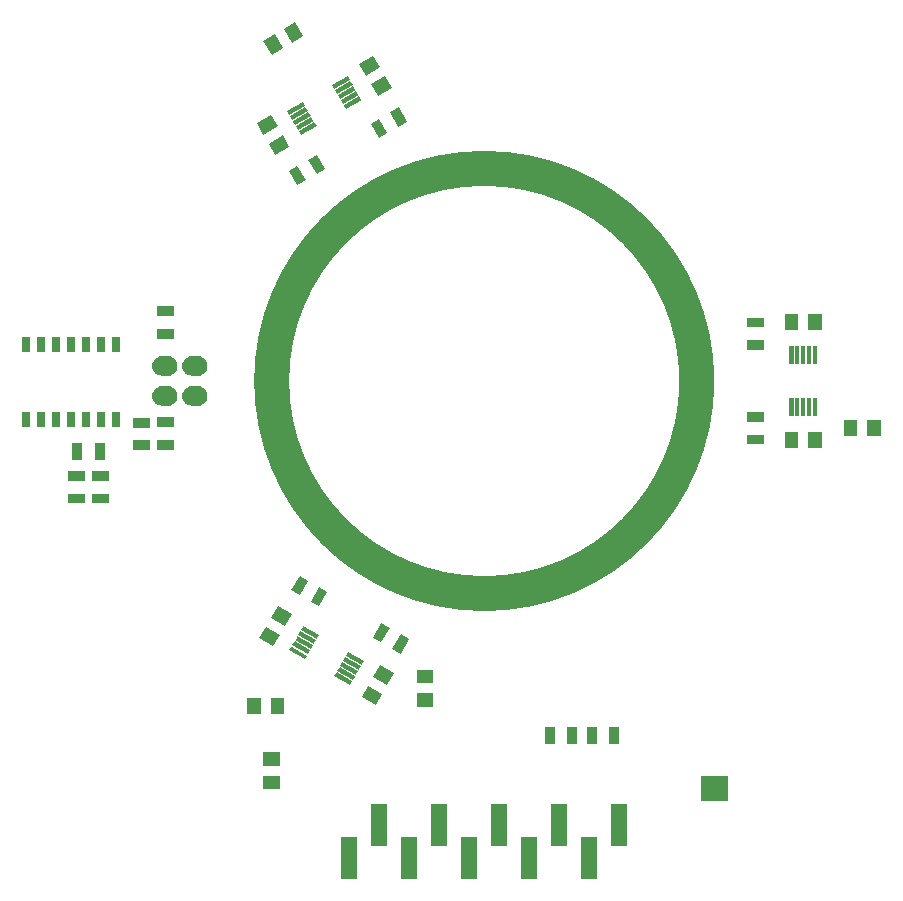
<source format=gbs>
G04 #@! TF.FileFunction,Soldermask,Bot*
%FSLAX46Y46*%
G04 Gerber Fmt 4.6, Leading zero omitted, Abs format (unit mm)*
G04 Created by KiCad (PCBNEW 4.0.2-stable) date Wed 20 Jul 2016 06:47:56 PM CEST*
%MOMM*%
G01*
G04 APERTURE LIST*
%ADD10C,0.100000*%
%ADD11C,3.000000*%
G04 APERTURE END LIST*
D10*
D11*
X118000000Y-100000000D02*
G75*
G03X118000000Y-100000000I-18000000J0D01*
G01*
D10*
G36*
X109587000Y-142162000D02*
X108193000Y-142162000D01*
X108193000Y-138638000D01*
X109587000Y-138638000D01*
X109587000Y-142162000D01*
X109587000Y-142162000D01*
G37*
G36*
X89267000Y-142162000D02*
X87873000Y-142162000D01*
X87873000Y-138638000D01*
X89267000Y-138638000D01*
X89267000Y-142162000D01*
X89267000Y-142162000D01*
G37*
G36*
X94347000Y-142162000D02*
X92953000Y-142162000D01*
X92953000Y-138638000D01*
X94347000Y-138638000D01*
X94347000Y-142162000D01*
X94347000Y-142162000D01*
G37*
G36*
X104507000Y-142162000D02*
X103113000Y-142162000D01*
X103113000Y-138638000D01*
X104507000Y-138638000D01*
X104507000Y-142162000D01*
X104507000Y-142162000D01*
G37*
G36*
X99427000Y-142162000D02*
X98033000Y-142162000D01*
X98033000Y-138638000D01*
X99427000Y-138638000D01*
X99427000Y-142162000D01*
X99427000Y-142162000D01*
G37*
G36*
X91807000Y-139362000D02*
X90413000Y-139362000D01*
X90413000Y-135838000D01*
X91807000Y-135838000D01*
X91807000Y-139362000D01*
X91807000Y-139362000D01*
G37*
G36*
X112127000Y-139362000D02*
X110733000Y-139362000D01*
X110733000Y-135838000D01*
X112127000Y-135838000D01*
X112127000Y-139362000D01*
X112127000Y-139362000D01*
G37*
G36*
X107047000Y-139362000D02*
X105653000Y-139362000D01*
X105653000Y-135838000D01*
X107047000Y-135838000D01*
X107047000Y-139362000D01*
X107047000Y-139362000D01*
G37*
G36*
X96887000Y-139362000D02*
X95493000Y-139362000D01*
X95493000Y-135838000D01*
X96887000Y-135838000D01*
X96887000Y-139362000D01*
X96887000Y-139362000D01*
G37*
G36*
X101967000Y-139362000D02*
X100573000Y-139362000D01*
X100573000Y-135838000D01*
X101967000Y-135838000D01*
X101967000Y-139362000D01*
X101967000Y-139362000D01*
G37*
G36*
X120662000Y-135562000D02*
X118338000Y-135562000D01*
X118338000Y-133438000D01*
X120662000Y-133438000D01*
X120662000Y-135562000D01*
X120662000Y-135562000D01*
G37*
G36*
X82687000Y-134562000D02*
X81313000Y-134562000D01*
X81313000Y-133438000D01*
X82687000Y-133438000D01*
X82687000Y-134562000D01*
X82687000Y-134562000D01*
G37*
G36*
X82687000Y-132562000D02*
X81313000Y-132562000D01*
X81313000Y-131438000D01*
X82687000Y-131438000D01*
X82687000Y-132562000D01*
X82687000Y-132562000D01*
G37*
G36*
X111412000Y-130712000D02*
X110588000Y-130712000D01*
X110588000Y-129288000D01*
X111412000Y-129288000D01*
X111412000Y-130712000D01*
X111412000Y-130712000D01*
G37*
G36*
X109512000Y-130712000D02*
X108688000Y-130712000D01*
X108688000Y-129288000D01*
X109512000Y-129288000D01*
X109512000Y-130712000D01*
X109512000Y-130712000D01*
G37*
G36*
X107862000Y-130712000D02*
X107038000Y-130712000D01*
X107038000Y-129288000D01*
X107862000Y-129288000D01*
X107862000Y-130712000D01*
X107862000Y-130712000D01*
G37*
G36*
X105962000Y-130712000D02*
X105138000Y-130712000D01*
X105138000Y-129288000D01*
X105962000Y-129288000D01*
X105962000Y-130712000D01*
X105962000Y-130712000D01*
G37*
G36*
X81062000Y-128187000D02*
X79938000Y-128187000D01*
X79938000Y-126813000D01*
X81062000Y-126813000D01*
X81062000Y-128187000D01*
X81062000Y-128187000D01*
G37*
G36*
X83062000Y-128187000D02*
X81938000Y-128187000D01*
X81938000Y-126813000D01*
X83062000Y-126813000D01*
X83062000Y-128187000D01*
X83062000Y-128187000D01*
G37*
G36*
X95687000Y-127562000D02*
X94313000Y-127562000D01*
X94313000Y-126438000D01*
X95687000Y-126438000D01*
X95687000Y-127562000D01*
X95687000Y-127562000D01*
G37*
G36*
X91366340Y-126481149D02*
X90804340Y-127454561D01*
X89614422Y-126767561D01*
X90176422Y-125794149D01*
X91366340Y-126481149D01*
X91366340Y-126481149D01*
G37*
G36*
X88818921Y-125443408D02*
X88818921Y-125443409D01*
X88750452Y-125562000D01*
X88631921Y-125767302D01*
X87312099Y-125005302D01*
X87312099Y-125005301D01*
X87460018Y-124749099D01*
X87499099Y-124681408D01*
X88818921Y-125443408D01*
X88818921Y-125443408D01*
G37*
G36*
X92366340Y-124749099D02*
X91804340Y-125722511D01*
X90614422Y-125035511D01*
X91176422Y-124062099D01*
X92366340Y-124749099D01*
X92366340Y-124749099D01*
G37*
G36*
X95687000Y-125562000D02*
X94313000Y-125562000D01*
X94313000Y-124438000D01*
X95687000Y-124438000D01*
X95687000Y-125562000D01*
X95687000Y-125562000D01*
G37*
G36*
X89068921Y-125010396D02*
X89068921Y-125010397D01*
X89054421Y-125035511D01*
X88881921Y-125334290D01*
X87562099Y-124572290D01*
X87562099Y-124572289D01*
X87655599Y-124410343D01*
X87749099Y-124248396D01*
X89068921Y-125010396D01*
X89068921Y-125010396D01*
G37*
G36*
X89318921Y-124577383D02*
X89318921Y-124577384D01*
X89258862Y-124681408D01*
X89131921Y-124901277D01*
X87812099Y-124139277D01*
X87812099Y-124139276D01*
X87905599Y-123977330D01*
X87999099Y-123815383D01*
X89318921Y-124577383D01*
X89318921Y-124577383D01*
G37*
G36*
X89568921Y-124144370D02*
X89568921Y-124144371D01*
X89508862Y-124248396D01*
X89381921Y-124468264D01*
X88062099Y-123706264D01*
X88062099Y-123706263D01*
X88155599Y-123544317D01*
X88249099Y-123382370D01*
X89568921Y-124144370D01*
X89568921Y-124144370D01*
G37*
G36*
X89818921Y-123711358D02*
X89818921Y-123711359D01*
X89758862Y-123815383D01*
X89631921Y-124035252D01*
X88312099Y-123273252D01*
X88312099Y-123273251D01*
X88416838Y-123091839D01*
X88499099Y-122949358D01*
X89818921Y-123711358D01*
X89818921Y-123711358D01*
G37*
G36*
X85008409Y-123243408D02*
X85008409Y-123243409D01*
X84991179Y-123273252D01*
X84821409Y-123567302D01*
X83501587Y-122805302D01*
X83501587Y-122805301D01*
X83595087Y-122643355D01*
X83688587Y-122481408D01*
X85008409Y-123243408D01*
X85008409Y-123243408D01*
G37*
G36*
X85258409Y-122810396D02*
X85258409Y-122810397D01*
X85178179Y-122949358D01*
X85071409Y-123134290D01*
X83751587Y-122372290D01*
X83751587Y-122372289D01*
X83884638Y-122141839D01*
X83938587Y-122048396D01*
X85258409Y-122810396D01*
X85258409Y-122810396D01*
G37*
G36*
X93659882Y-121858619D02*
X92947882Y-123091839D01*
X92234278Y-122679839D01*
X92946278Y-121446619D01*
X93659882Y-121858619D01*
X93659882Y-121858619D01*
G37*
G36*
X85508409Y-122377383D02*
X85508409Y-122377384D01*
X85448350Y-122481408D01*
X85321409Y-122701277D01*
X84001587Y-121939277D01*
X84001587Y-121939276D01*
X84122506Y-121729839D01*
X84188587Y-121615383D01*
X85508409Y-122377383D01*
X85508409Y-122377383D01*
G37*
G36*
X82706086Y-121481149D02*
X82144086Y-122454561D01*
X80954168Y-121767561D01*
X81516168Y-120794149D01*
X82706086Y-121481149D01*
X82706086Y-121481149D01*
G37*
G36*
X85758409Y-121944370D02*
X85758409Y-121944371D01*
X85698350Y-122048396D01*
X85571409Y-122268264D01*
X84251587Y-121506264D01*
X84251587Y-121506263D01*
X84345087Y-121344317D01*
X84438587Y-121182370D01*
X85758409Y-121944370D01*
X85758409Y-121944370D01*
G37*
G36*
X92014434Y-120908619D02*
X91302434Y-122141839D01*
X90588830Y-121729839D01*
X91300830Y-120496619D01*
X92014434Y-120908619D01*
X92014434Y-120908619D01*
G37*
G36*
X86008409Y-121511358D02*
X86008409Y-121511359D01*
X85948350Y-121615383D01*
X85821409Y-121835252D01*
X84501587Y-121073252D01*
X84501587Y-121073251D01*
X84662727Y-120794149D01*
X84688587Y-120749358D01*
X86008409Y-121511358D01*
X86008409Y-121511358D01*
G37*
G36*
X83706086Y-119749099D02*
X83144086Y-120722511D01*
X81954168Y-120035511D01*
X82516168Y-119062099D01*
X83706086Y-119749099D01*
X83706086Y-119749099D01*
G37*
G36*
X86731678Y-117858618D02*
X86019678Y-119091838D01*
X85306074Y-118679838D01*
X86018074Y-117446618D01*
X86731678Y-117858618D01*
X86731678Y-117858618D01*
G37*
G36*
X85086230Y-116908618D02*
X84374230Y-118141838D01*
X83660626Y-117729838D01*
X84372626Y-116496618D01*
X85086230Y-116908618D01*
X85086230Y-116908618D01*
G37*
G36*
X66212000Y-110362000D02*
X64788000Y-110362000D01*
X64788000Y-109538000D01*
X66212000Y-109538000D01*
X66212000Y-110362000D01*
X66212000Y-110362000D01*
G37*
G36*
X68212000Y-110362000D02*
X66788000Y-110362000D01*
X66788000Y-109538000D01*
X68212000Y-109538000D01*
X68212000Y-110362000D01*
X68212000Y-110362000D01*
G37*
G36*
X66212000Y-108462000D02*
X64788000Y-108462000D01*
X64788000Y-107638000D01*
X66212000Y-107638000D01*
X66212000Y-108462000D01*
X66212000Y-108462000D01*
G37*
G36*
X68212000Y-108462000D02*
X66788000Y-108462000D01*
X66788000Y-107638000D01*
X68212000Y-107638000D01*
X68212000Y-108462000D01*
X68212000Y-108462000D01*
G37*
G36*
X65962000Y-106712000D02*
X65138000Y-106712000D01*
X65138000Y-105288000D01*
X65962000Y-105288000D01*
X65962000Y-106712000D01*
X65962000Y-106712000D01*
G37*
G36*
X67862000Y-106712000D02*
X67038000Y-106712000D01*
X67038000Y-105288000D01*
X67862000Y-105288000D01*
X67862000Y-106712000D01*
X67862000Y-106712000D01*
G37*
G36*
X71712000Y-105862000D02*
X70288000Y-105862000D01*
X70288000Y-105038000D01*
X71712000Y-105038000D01*
X71712000Y-105862000D01*
X71712000Y-105862000D01*
G37*
G36*
X73712000Y-105812000D02*
X72288000Y-105812000D01*
X72288000Y-104988000D01*
X73712000Y-104988000D01*
X73712000Y-105812000D01*
X73712000Y-105812000D01*
G37*
G36*
X128562000Y-105687000D02*
X127438000Y-105687000D01*
X127438000Y-104313000D01*
X128562000Y-104313000D01*
X128562000Y-105687000D01*
X128562000Y-105687000D01*
G37*
G36*
X126562000Y-105687000D02*
X125438000Y-105687000D01*
X125438000Y-104313000D01*
X126562000Y-104313000D01*
X126562000Y-105687000D01*
X126562000Y-105687000D01*
G37*
G36*
X123712000Y-105362000D02*
X122288000Y-105362000D01*
X122288000Y-104538000D01*
X123712000Y-104538000D01*
X123712000Y-105362000D01*
X123712000Y-105362000D01*
G37*
G36*
X131562000Y-104687000D02*
X130438000Y-104687000D01*
X130438000Y-103313000D01*
X131562000Y-103313000D01*
X131562000Y-104687000D01*
X131562000Y-104687000D01*
G37*
G36*
X133562000Y-104687000D02*
X132438000Y-104687000D01*
X132438000Y-103313000D01*
X133562000Y-103313000D01*
X133562000Y-104687000D01*
X133562000Y-104687000D01*
G37*
G36*
X71712000Y-103962000D02*
X70288000Y-103962000D01*
X70288000Y-103138000D01*
X71712000Y-103138000D01*
X71712000Y-103962000D01*
X71712000Y-103962000D01*
G37*
G36*
X69126000Y-103935500D02*
X68494000Y-103935500D01*
X68494000Y-102668500D01*
X69126000Y-102668500D01*
X69126000Y-103935500D01*
X69126000Y-103935500D01*
G37*
G36*
X65316000Y-103935500D02*
X64684000Y-103935500D01*
X64684000Y-102668500D01*
X65316000Y-102668500D01*
X65316000Y-103935500D01*
X65316000Y-103935500D01*
G37*
G36*
X67856000Y-103935500D02*
X67224000Y-103935500D01*
X67224000Y-102668500D01*
X67856000Y-102668500D01*
X67856000Y-103935500D01*
X67856000Y-103935500D01*
G37*
G36*
X66586000Y-103935500D02*
X65954000Y-103935500D01*
X65954000Y-102668500D01*
X66586000Y-102668500D01*
X66586000Y-103935500D01*
X66586000Y-103935500D01*
G37*
G36*
X62776000Y-103935500D02*
X62144000Y-103935500D01*
X62144000Y-102668500D01*
X62776000Y-102668500D01*
X62776000Y-103935500D01*
X62776000Y-103935500D01*
G37*
G36*
X64046000Y-103935500D02*
X63414000Y-103935500D01*
X63414000Y-102668500D01*
X64046000Y-102668500D01*
X64046000Y-103935500D01*
X64046000Y-103935500D01*
G37*
G36*
X61506000Y-103935500D02*
X60874000Y-103935500D01*
X60874000Y-102668500D01*
X61506000Y-102668500D01*
X61506000Y-103935500D01*
X61506000Y-103935500D01*
G37*
G36*
X73712000Y-103912000D02*
X72288000Y-103912000D01*
X72288000Y-103088000D01*
X73712000Y-103088000D01*
X73712000Y-103912000D01*
X73712000Y-103912000D01*
G37*
G36*
X123712000Y-103462000D02*
X122288000Y-103462000D01*
X122288000Y-102638000D01*
X123712000Y-102638000D01*
X123712000Y-103462000D01*
X123712000Y-103462000D01*
G37*
G36*
X126187000Y-102962000D02*
X125813000Y-102962000D01*
X125813000Y-101438000D01*
X126187000Y-101438000D01*
X126187000Y-102962000D01*
X126187000Y-102962000D01*
G37*
G36*
X126687000Y-102962000D02*
X126313000Y-102962000D01*
X126313000Y-101438000D01*
X126687000Y-101438000D01*
X126687000Y-102962000D01*
X126687000Y-102962000D01*
G37*
G36*
X127187000Y-102962000D02*
X126813000Y-102962000D01*
X126813000Y-101438000D01*
X127187000Y-101438000D01*
X127187000Y-102962000D01*
X127187000Y-102962000D01*
G37*
G36*
X127687000Y-102962000D02*
X127313000Y-102962000D01*
X127313000Y-101438000D01*
X127687000Y-101438000D01*
X127687000Y-102962000D01*
X127687000Y-102962000D01*
G37*
G36*
X128187000Y-102962000D02*
X127813000Y-102962000D01*
X127813000Y-101438000D01*
X128187000Y-101438000D01*
X128187000Y-102962000D01*
X128187000Y-102962000D01*
G37*
G36*
X73212107Y-100446061D02*
X73212120Y-100446062D01*
X73214644Y-100446080D01*
X73374458Y-100464006D01*
X73527747Y-100512632D01*
X73668672Y-100590106D01*
X73791864Y-100693477D01*
X73892633Y-100818808D01*
X73967138Y-100961324D01*
X74012544Y-101115598D01*
X74012548Y-101115643D01*
X74012551Y-101115653D01*
X74027121Y-101275749D01*
X74010316Y-101435631D01*
X74010314Y-101435636D01*
X74010309Y-101435688D01*
X73962754Y-101589313D01*
X73886266Y-101730775D01*
X73783758Y-101854686D01*
X73659134Y-101956327D01*
X73517141Y-102031826D01*
X73363188Y-102078307D01*
X73203139Y-102094000D01*
X72716705Y-102094000D01*
X72707893Y-102093939D01*
X72707880Y-102093938D01*
X72705356Y-102093920D01*
X72545542Y-102075994D01*
X72392253Y-102027368D01*
X72251328Y-101949894D01*
X72128136Y-101846523D01*
X72027367Y-101721192D01*
X71952862Y-101578676D01*
X71907456Y-101424402D01*
X71907452Y-101424357D01*
X71907449Y-101424347D01*
X71892879Y-101264251D01*
X71909684Y-101104369D01*
X71909686Y-101104364D01*
X71909691Y-101104312D01*
X71957246Y-100950687D01*
X72033734Y-100809225D01*
X72136242Y-100685314D01*
X72260866Y-100583673D01*
X72402859Y-100508174D01*
X72556812Y-100461693D01*
X72716861Y-100446000D01*
X73203295Y-100446000D01*
X73212107Y-100446061D01*
X73212107Y-100446061D01*
G37*
G36*
X75752107Y-100446061D02*
X75752120Y-100446062D01*
X75754644Y-100446080D01*
X75914458Y-100464006D01*
X76067747Y-100512632D01*
X76208672Y-100590106D01*
X76331864Y-100693477D01*
X76432633Y-100818808D01*
X76507138Y-100961324D01*
X76552544Y-101115598D01*
X76552548Y-101115643D01*
X76552551Y-101115653D01*
X76567121Y-101275749D01*
X76550316Y-101435631D01*
X76550314Y-101435636D01*
X76550309Y-101435688D01*
X76502754Y-101589313D01*
X76426266Y-101730775D01*
X76323758Y-101854686D01*
X76199134Y-101956327D01*
X76057141Y-102031826D01*
X75903188Y-102078307D01*
X75743139Y-102094000D01*
X75256705Y-102094000D01*
X75247893Y-102093939D01*
X75247880Y-102093938D01*
X75245356Y-102093920D01*
X75085542Y-102075994D01*
X74932253Y-102027368D01*
X74791328Y-101949894D01*
X74668136Y-101846523D01*
X74567367Y-101721192D01*
X74492862Y-101578676D01*
X74447456Y-101424402D01*
X74447452Y-101424357D01*
X74447449Y-101424347D01*
X74432879Y-101264251D01*
X74449684Y-101104369D01*
X74449686Y-101104364D01*
X74449691Y-101104312D01*
X74497246Y-100950687D01*
X74573734Y-100809225D01*
X74676242Y-100685314D01*
X74800866Y-100583673D01*
X74942859Y-100508174D01*
X75096812Y-100461693D01*
X75256861Y-100446000D01*
X75743295Y-100446000D01*
X75752107Y-100446061D01*
X75752107Y-100446061D01*
G37*
G36*
X75752107Y-97906061D02*
X75752120Y-97906062D01*
X75754644Y-97906080D01*
X75914458Y-97924006D01*
X76067747Y-97972632D01*
X76208672Y-98050106D01*
X76331864Y-98153477D01*
X76432633Y-98278808D01*
X76507138Y-98421324D01*
X76552544Y-98575598D01*
X76552548Y-98575643D01*
X76552551Y-98575653D01*
X76567121Y-98735749D01*
X76550316Y-98895631D01*
X76550314Y-98895636D01*
X76550309Y-98895688D01*
X76502754Y-99049313D01*
X76426266Y-99190775D01*
X76323758Y-99314686D01*
X76199134Y-99416327D01*
X76057141Y-99491826D01*
X75903188Y-99538307D01*
X75743139Y-99554000D01*
X75256705Y-99554000D01*
X75247893Y-99553939D01*
X75247880Y-99553938D01*
X75245356Y-99553920D01*
X75085542Y-99535994D01*
X74932253Y-99487368D01*
X74791328Y-99409894D01*
X74668136Y-99306523D01*
X74567367Y-99181192D01*
X74492862Y-99038676D01*
X74447456Y-98884402D01*
X74447452Y-98884357D01*
X74447449Y-98884347D01*
X74432879Y-98724251D01*
X74449684Y-98564369D01*
X74449686Y-98564364D01*
X74449691Y-98564312D01*
X74497246Y-98410687D01*
X74573734Y-98269225D01*
X74676242Y-98145314D01*
X74800866Y-98043673D01*
X74942859Y-97968174D01*
X75096812Y-97921693D01*
X75256861Y-97906000D01*
X75743295Y-97906000D01*
X75752107Y-97906061D01*
X75752107Y-97906061D01*
G37*
G36*
X73212107Y-97906061D02*
X73212120Y-97906062D01*
X73214644Y-97906080D01*
X73374458Y-97924006D01*
X73527747Y-97972632D01*
X73668672Y-98050106D01*
X73791864Y-98153477D01*
X73892633Y-98278808D01*
X73967138Y-98421324D01*
X74012544Y-98575598D01*
X74012548Y-98575643D01*
X74012551Y-98575653D01*
X74027121Y-98735749D01*
X74010316Y-98895631D01*
X74010314Y-98895636D01*
X74010309Y-98895688D01*
X73962754Y-99049313D01*
X73886266Y-99190775D01*
X73783758Y-99314686D01*
X73659134Y-99416327D01*
X73517141Y-99491826D01*
X73363188Y-99538307D01*
X73203139Y-99554000D01*
X72716705Y-99554000D01*
X72707893Y-99553939D01*
X72707880Y-99553938D01*
X72705356Y-99553920D01*
X72545542Y-99535994D01*
X72392253Y-99487368D01*
X72251328Y-99409894D01*
X72128136Y-99306523D01*
X72027367Y-99181192D01*
X71952862Y-99038676D01*
X71907456Y-98884402D01*
X71907452Y-98884357D01*
X71907449Y-98884347D01*
X71892879Y-98724251D01*
X71909684Y-98564369D01*
X71909686Y-98564364D01*
X71909691Y-98564312D01*
X71957246Y-98410687D01*
X72033734Y-98269225D01*
X72136242Y-98145314D01*
X72260866Y-98043673D01*
X72402859Y-97968174D01*
X72556812Y-97921693D01*
X72716861Y-97906000D01*
X73203295Y-97906000D01*
X73212107Y-97906061D01*
X73212107Y-97906061D01*
G37*
G36*
X126687000Y-98562000D02*
X126313000Y-98562000D01*
X126313000Y-97038000D01*
X126687000Y-97038000D01*
X126687000Y-98562000D01*
X126687000Y-98562000D01*
G37*
G36*
X128187000Y-98562000D02*
X127813000Y-98562000D01*
X127813000Y-97038000D01*
X128187000Y-97038000D01*
X128187000Y-98562000D01*
X128187000Y-98562000D01*
G37*
G36*
X127187000Y-98562000D02*
X126813000Y-98562000D01*
X126813000Y-97038000D01*
X127187000Y-97038000D01*
X127187000Y-98562000D01*
X127187000Y-98562000D01*
G37*
G36*
X127687000Y-98562000D02*
X127313000Y-98562000D01*
X127313000Y-97038000D01*
X127687000Y-97038000D01*
X127687000Y-98562000D01*
X127687000Y-98562000D01*
G37*
G36*
X126187000Y-98562000D02*
X125813000Y-98562000D01*
X125813000Y-97038000D01*
X126187000Y-97038000D01*
X126187000Y-98562000D01*
X126187000Y-98562000D01*
G37*
G36*
X61506000Y-97585500D02*
X60874000Y-97585500D01*
X60874000Y-96318500D01*
X61506000Y-96318500D01*
X61506000Y-97585500D01*
X61506000Y-97585500D01*
G37*
G36*
X62776000Y-97585500D02*
X62144000Y-97585500D01*
X62144000Y-96318500D01*
X62776000Y-96318500D01*
X62776000Y-97585500D01*
X62776000Y-97585500D01*
G37*
G36*
X64046000Y-97585500D02*
X63414000Y-97585500D01*
X63414000Y-96318500D01*
X64046000Y-96318500D01*
X64046000Y-97585500D01*
X64046000Y-97585500D01*
G37*
G36*
X65316000Y-97585500D02*
X64684000Y-97585500D01*
X64684000Y-96318500D01*
X65316000Y-96318500D01*
X65316000Y-97585500D01*
X65316000Y-97585500D01*
G37*
G36*
X66586000Y-97585500D02*
X65954000Y-97585500D01*
X65954000Y-96318500D01*
X66586000Y-96318500D01*
X66586000Y-97585500D01*
X66586000Y-97585500D01*
G37*
G36*
X67856000Y-97585500D02*
X67224000Y-97585500D01*
X67224000Y-96318500D01*
X67856000Y-96318500D01*
X67856000Y-97585500D01*
X67856000Y-97585500D01*
G37*
G36*
X69126000Y-97585500D02*
X68494000Y-97585500D01*
X68494000Y-96318500D01*
X69126000Y-96318500D01*
X69126000Y-97585500D01*
X69126000Y-97585500D01*
G37*
G36*
X123712000Y-97362000D02*
X122288000Y-97362000D01*
X122288000Y-96538000D01*
X123712000Y-96538000D01*
X123712000Y-97362000D01*
X123712000Y-97362000D01*
G37*
G36*
X73712000Y-96412000D02*
X72288000Y-96412000D01*
X72288000Y-95588000D01*
X73712000Y-95588000D01*
X73712000Y-96412000D01*
X73712000Y-96412000D01*
G37*
G36*
X126562000Y-95687000D02*
X125438000Y-95687000D01*
X125438000Y-94313000D01*
X126562000Y-94313000D01*
X126562000Y-95687000D01*
X126562000Y-95687000D01*
G37*
G36*
X128562000Y-95687000D02*
X127438000Y-95687000D01*
X127438000Y-94313000D01*
X128562000Y-94313000D01*
X128562000Y-95687000D01*
X128562000Y-95687000D01*
G37*
G36*
X123712000Y-95462000D02*
X122288000Y-95462000D01*
X122288000Y-94638000D01*
X123712000Y-94638000D01*
X123712000Y-95462000D01*
X123712000Y-95462000D01*
G37*
G36*
X73712000Y-94512000D02*
X72288000Y-94512000D01*
X72288000Y-93688000D01*
X73712000Y-93688000D01*
X73712000Y-94512000D01*
X73712000Y-94512000D01*
G37*
G36*
X84881748Y-83024394D02*
X84168144Y-83436394D01*
X83456144Y-82203174D01*
X84169748Y-81791174D01*
X84881748Y-83024394D01*
X84881748Y-83024394D01*
G37*
G36*
X86527196Y-82074394D02*
X85813592Y-82486394D01*
X85101592Y-81253174D01*
X85815196Y-80841174D01*
X86527196Y-82074394D01*
X86527196Y-82074394D01*
G37*
G36*
X83501603Y-80183913D02*
X82311685Y-80870913D01*
X81749685Y-79897501D01*
X82939603Y-79210501D01*
X83501603Y-80183913D01*
X83501603Y-80183913D01*
G37*
G36*
X91809951Y-79024394D02*
X91096347Y-79436394D01*
X90384347Y-78203174D01*
X91097951Y-77791174D01*
X91809951Y-79024394D01*
X91809951Y-79024394D01*
G37*
G36*
X85656007Y-78165451D02*
X85803926Y-78421653D01*
X85803926Y-78421654D01*
X84484104Y-79183654D01*
X84390604Y-79021707D01*
X84297104Y-78859761D01*
X84297104Y-78859760D01*
X85616926Y-78097760D01*
X85656007Y-78165451D01*
X85656007Y-78165451D01*
G37*
G36*
X82501603Y-78451863D02*
X81311685Y-79138863D01*
X80749685Y-78165451D01*
X81939603Y-77478451D01*
X82501603Y-78451863D01*
X82501603Y-78451863D01*
G37*
G36*
X85439918Y-77791174D02*
X85553926Y-77988641D01*
X85553926Y-77988642D01*
X84234104Y-78750642D01*
X84140604Y-78588695D01*
X84047104Y-78426749D01*
X84047104Y-78426748D01*
X85366926Y-77664748D01*
X85439918Y-77791174D01*
X85439918Y-77791174D01*
G37*
G36*
X93455399Y-78074394D02*
X92741795Y-78486394D01*
X92029795Y-77253174D01*
X92743399Y-76841174D01*
X93455399Y-78074394D01*
X93455399Y-78074394D01*
G37*
G36*
X85210426Y-77393682D02*
X85303926Y-77555628D01*
X85303926Y-77555629D01*
X83984104Y-78317629D01*
X83843672Y-78074394D01*
X83797104Y-77993736D01*
X83797104Y-77993735D01*
X85116926Y-77231735D01*
X85210426Y-77393682D01*
X85210426Y-77393682D01*
G37*
G36*
X84960426Y-76960669D02*
X85053926Y-77122615D01*
X85053926Y-77122616D01*
X83734104Y-77884616D01*
X83607163Y-77664748D01*
X83547104Y-77560723D01*
X83547104Y-77560722D01*
X84866926Y-76798722D01*
X84960426Y-76960669D01*
X84960426Y-76960669D01*
G37*
G36*
X84710426Y-76527657D02*
X84803926Y-76689603D01*
X84803926Y-76689604D01*
X83484104Y-77451604D01*
X83390604Y-77289657D01*
X83297104Y-77127711D01*
X83297104Y-77127710D01*
X84616926Y-76365710D01*
X84710426Y-76527657D01*
X84710426Y-76527657D01*
G37*
G36*
X89520938Y-76059707D02*
X89614438Y-76221653D01*
X89614438Y-76221654D01*
X88294616Y-76983654D01*
X88124846Y-76689604D01*
X88107616Y-76659761D01*
X88107616Y-76659760D01*
X89427438Y-75897760D01*
X89520938Y-76059707D01*
X89520938Y-76059707D01*
G37*
G36*
X89270938Y-75626695D02*
X89364438Y-75788641D01*
X89364438Y-75788642D01*
X88044616Y-76550642D01*
X87937846Y-76365710D01*
X87857616Y-76226749D01*
X87857616Y-76226748D01*
X89177438Y-75464748D01*
X89270938Y-75626695D01*
X89270938Y-75626695D01*
G37*
G36*
X89015298Y-75183913D02*
X89114438Y-75355628D01*
X89114438Y-75355629D01*
X87794616Y-76117629D01*
X87667675Y-75897760D01*
X87607616Y-75793736D01*
X87607616Y-75793735D01*
X88927438Y-75031735D01*
X89015298Y-75183913D01*
X89015298Y-75183913D01*
G37*
G36*
X92161857Y-75183913D02*
X90971939Y-75870913D01*
X90409939Y-74897501D01*
X91599857Y-74210501D01*
X92161857Y-75183913D01*
X92161857Y-75183913D01*
G37*
G36*
X88770938Y-74760669D02*
X88864438Y-74922615D01*
X88864438Y-74922616D01*
X87544616Y-75684616D01*
X87417675Y-75464748D01*
X87357616Y-75360723D01*
X87357616Y-75360722D01*
X88677438Y-74598722D01*
X88770938Y-74760669D01*
X88770938Y-74760669D01*
G37*
G36*
X88453298Y-74210501D02*
X88614438Y-74489603D01*
X88614438Y-74489604D01*
X87294616Y-75251604D01*
X87167675Y-75031735D01*
X87107616Y-74927711D01*
X87107616Y-74927710D01*
X88427438Y-74165710D01*
X88453298Y-74210501D01*
X88453298Y-74210501D01*
G37*
G36*
X91161857Y-73451863D02*
X89971939Y-74138863D01*
X89409939Y-73165451D01*
X90599857Y-72478451D01*
X91161857Y-73451863D01*
X91161857Y-73451863D01*
G37*
G36*
X82964181Y-71813959D02*
X81990769Y-72375959D01*
X81303769Y-71186041D01*
X82277181Y-70624041D01*
X82964181Y-71813959D01*
X82964181Y-71813959D01*
G37*
G36*
X84696231Y-70813959D02*
X83722819Y-71375959D01*
X83035819Y-70186041D01*
X84009231Y-69624041D01*
X84696231Y-70813959D01*
X84696231Y-70813959D01*
G37*
M02*

</source>
